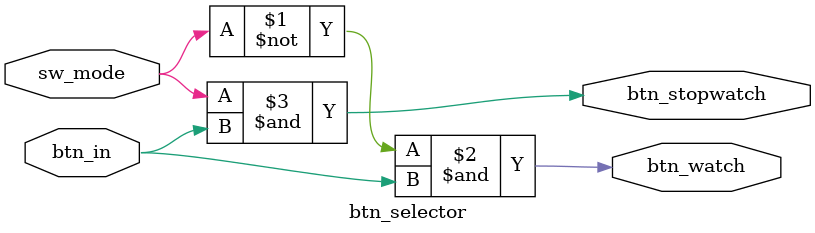
<source format=v>
`timescale 1ns / 1ps
module btn_selector(
    input sw_mode,           // change_watch_to_stopwatch
    input btn_in,
    output btn_watch,
    output btn_stopwatch
);
    assign btn_watch      = (~sw_mode) & btn_in;
    assign btn_stopwatch  = sw_mode & btn_in;
endmodule

</source>
